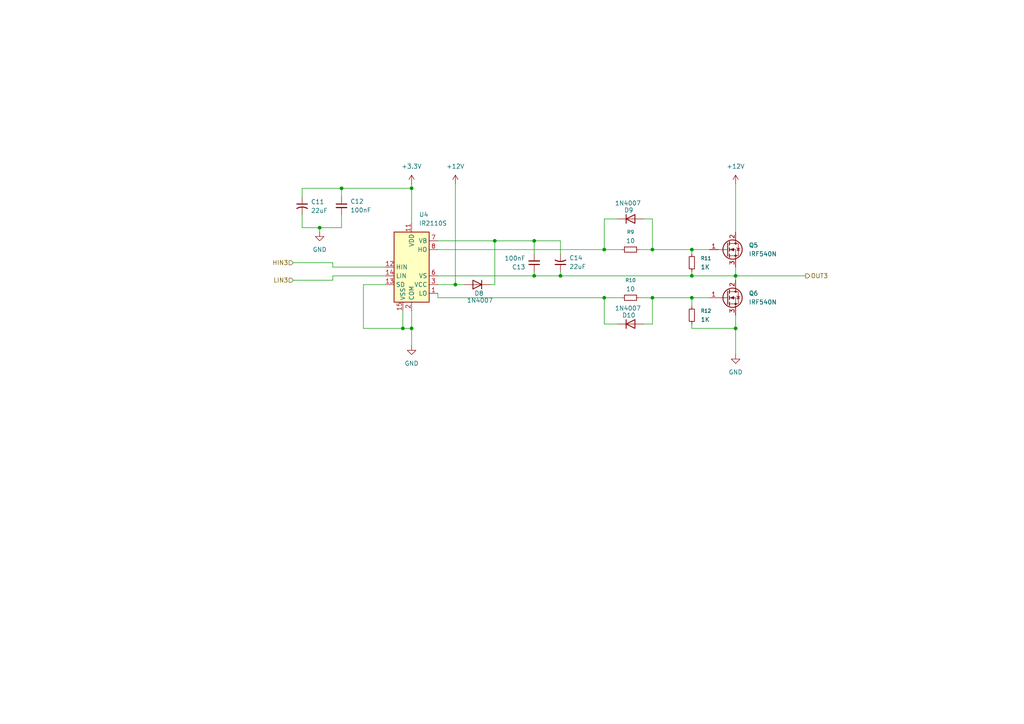
<source format=kicad_sch>
(kicad_sch (version 20250114) (generator "eeschema") (generator_version "9.0")
  (paper "A4")
  (lib_symbols
    (symbol "Device:C_Small" (pin_numbers (hide yes)) (pin_names (offset 0.254) (hide yes))
      (property "Reference" "C" (at 0.254 1.778 0))
      (property "Value" "C_Small" (at 0.254 -2.032 0))
      (symbol "C_Small_0_1"
        (polyline (pts (xy -1.524 0.508) (xy 1.524 0.508)) (stroke (width 0.3048)))
        (polyline (pts (xy -1.524 -0.508) (xy 1.524 -0.508)) (stroke (width 0.3302)))
      )
      (symbol "C_Small_1_1"
        (pin passive line (at 0 2.54 270) (length 2.032) (name "~") (number "1"))
        (pin passive line (at 0 -2.54 90) (length 2.032) (name "~") (number "2"))
      )
    )
    (symbol "Device:C_Small_US" (pin_numbers (hide yes)) (pin_names (offset 0.254) (hide yes))
      (property "Reference" "C" (at 0.254 1.778 0))
      (property "Value" "C_Small_US" (at 0.254 -2.032 0))
      (symbol "C_Small_US_0_1"
        (polyline (pts (xy -1.524 0.508) (xy 1.524 0.508)) (stroke (width 0.3048)))
        (arc (start -1.524 -0.762) (mid 0 -0.3734) (end 1.524 -0.762) (stroke (width 0.3048)))
      )
      (symbol "C_Small_US_1_1"
        (pin passive line (at 0 2.54 270) (length 2.032) (name "~") (number "1"))
        (pin passive line (at 0 -2.54 90) (length 2.032) (name "~") (number "2"))
      )
    )
    (symbol "Device:R_Small" (pin_numbers (hide yes)) (pin_names (offset 0.254) (hide yes))
      (property "Reference" "R" (at 0 0 90))
      (property "Value" "R_Small" (at 1.778 0 90))
      (symbol "R_Small_0_1"
        (rectangle (start -0.762 1.778) (end 0.762 -1.778) (stroke (width 0.2032)))
      )
      (symbol "R_Small_1_1"
        (pin passive line (at 0 2.54 270) (length 0.762) (name "~") (number "1"))
        (pin passive line (at 0 -2.54 90) (length 0.762) (name "~") (number "2"))
      )
    )
    (symbol "Diode:1N4007" (pin_numbers (hide yes)) (pin_names (hide yes))
      (property "Reference" "D" (at 0 2.54 0))
      (property "Value" "1N4007" (at 0 -2.54 0))
      (symbol "1N4007_0_1"
        (polyline (pts (xy -1.27 1.27) (xy -1.27 -1.27)) (stroke (width 0.254)))
        (polyline (pts (xy 1.27 1.27) (xy 1.27 -1.27) (xy -1.27 0) (xy 1.27 1.27)) (stroke (width 0.254)))
        (polyline (pts (xy 1.27 0) (xy -1.27 0)))
      )
      (symbol "1N4007_1_1"
        (pin passive line (at -3.81 0 0) (length 2.54) (name "K") (number "1"))
        (pin passive line (at 3.81 0 180) (length 2.54) (name "A") (number "2"))
      )
    )
    (symbol "Driver_FET:IR2110S"
      (property "Reference" "U" (at 1.27 13.335 0))
      (property "Value" "IR2110S" (at 1.27 11.43 0))
      (symbol "IR2110S_0_1"
        (rectangle (start -5.08 -10.16) (end 5.08 10.16) (stroke (width 0.254)) (fill (type background)))
      )
      (symbol "IR2110S_1_1"
        (pin input line (at -7.62 0 0) (length 2.54) (name "HIN") (number "12"))
        (pin input line (at -7.62 -2.54 0) (length 2.54) (name "LIN") (number "14"))
        (pin input line (at -7.62 -5.08 0) (length 2.54) (name "SD") (number "13"))
        (pin no_connect line (at -5.08 7.62 0) (length 2.54) (hide yes) (name "NC") (number "4"))
        (pin no_connect line (at -5.08 5.08 0) (length 2.54) (hide yes) (name "NC") (number "5"))
        (pin no_connect line (at -5.08 2.54 0) (length 2.54) (hide yes) (name "NC") (number "9"))
        (pin power_in line (at -2.54 -12.7 90) (length 2.54) (name "VSS") (number "15"))
        (pin power_in line (at 0 12.7 270) (length 2.54) (name "VDD") (number "11"))
        (pin power_in line (at 0 -12.7 90) (length 2.54) (name "COM") (number "2"))
        (pin no_connect line (at 5.08 2.54 180) (length 2.54) (hide yes) (name "NC") (number "10"))
        (pin no_connect line (at 5.08 0 180) (length 2.54) (hide yes) (name "NC") (number "16"))
        (pin passive line (at 7.62 7.62 180) (length 2.54) (name "VB") (number "7"))
        (pin output line (at 7.62 5.08 180) (length 2.54) (name "HO") (number "8"))
        (pin passive line (at 7.62 -2.54 180) (length 2.54) (name "VS") (number "6"))
        (pin power_in line (at 7.62 -5.08 180) (length 2.54) (name "VCC") (number "3"))
        (pin output line (at 7.62 -7.62 180) (length 2.54) (name "LO") (number "1"))
      )
    )
    (symbol "Transistor_FET:IRF540N" (pin_names (hide yes))
      (property "Reference" "Q" (at 5.08 1.905 0))
      (property "Value" "IRF540N" (at 5.08 0 0))
      (symbol "IRF540N_0_1"
        (polyline (pts (xy 0.254 1.905) (xy 0.254 -1.905)) (stroke (width 0.254)))
        (polyline (pts (xy 0.254 0) (xy -2.54 0)))
        (polyline (pts (xy 0.762 2.286) (xy 0.762 1.27)) (stroke (width 0.254)))
        (polyline (pts (xy 0.762 0.508) (xy 0.762 -0.508)) (stroke (width 0.254)))
        (polyline (pts (xy 0.762 -1.27) (xy 0.762 -2.286)) (stroke (width 0.254)))
        (polyline (pts (xy 0.762 -1.778) (xy 3.302 -1.778) (xy 3.302 1.778) (xy 0.762 1.778)))
        (polyline (pts (xy 1.016 0) (xy 2.032 0.381) (xy 2.032 -0.381) (xy 1.016 0)) (fill (type outline)))
        (circle (center 1.651 0) (radius 2.794) (stroke (width 0.254)))
        (polyline (pts (xy 2.54 2.54) (xy 2.54 1.778)))
        (circle (center 2.54 1.778) (radius 0.254) (fill (type outline)))
        (circle (center 2.54 -1.778) (radius 0.254) (fill (type outline)))
        (polyline (pts (xy 2.54 -2.54) (xy 2.54 0) (xy 0.762 0)))
        (polyline (pts (xy 2.794 0.508) (xy 2.921 0.381) (xy 3.683 0.381) (xy 3.81 0.254)))
        (polyline (pts (xy 3.302 0.381) (xy 2.921 -0.254) (xy 3.683 -0.254) (xy 3.302 0.381)))
      )
      (symbol "IRF540N_1_1"
        (pin input line (at -5.08 0 0) (length 2.54) (name "G") (number "1"))
        (pin passive line (at 2.54 5.08 270) (length 2.54) (name "D") (number "2"))
        (pin passive line (at 2.54 -5.08 90) (length 2.54) (name "S") (number "3"))
      )
    )
    (symbol "power:GND" (power) (pin_numbers (hide yes)) (pin_names (offset 0) (hide yes))
      (property "Value" "GND" (at 0 -3.81 0))
      (symbol "GND_0_1"
        (polyline (pts (xy 0 0) (xy 0 -1.27) (xy 1.27 -1.27) (xy 0 -2.54) (xy -1.27 -1.27) (xy 0 -1.27)))
      )
      (symbol "GND_1_1"
        (pin power_in line (at 0 0 270) (length 0) (name "~") (number "1"))
      )
    )
    (symbol "power:VCC" (power) (pin_numbers (hide yes)) (pin_names (offset 0) (hide yes))
      (property "Value" "VCC" (at 0 3.556 0))
      (symbol "VCC_0_1"
        (polyline (pts (xy -0.762 1.27) (xy 0 2.54)))
        (polyline (pts (xy 0 2.54) (xy 0.762 1.27)))
        (polyline (pts (xy 0 0) (xy 0 2.54)))
      )
      (symbol "VCC_1_1"
        (pin power_in line (at 0 0 90) (length 0) (name "~") (number "1"))
      )
    )
  )
  (junction (at 213.36 95.25))
  (junction (at 119.38 95.25))
  (junction (at 154.94 69.85))
  (junction (at 162.56 80.01))
  (junction (at 200.66 72.39))
  (junction (at 116.84 95.25))
  (junction (at 200.66 86.36))
  (junction (at 143.51 69.85))
  (junction (at 175.26 86.36))
  (junction (at 189.23 72.39))
  (junction (at 189.23 86.36))
  (junction (at 132.08 82.55))
  (junction (at 175.26 72.39))
  (junction (at 99.06 54.61))
  (junction (at 154.94 80.01))
  (junction (at 200.66 80.01))
  (junction (at 119.38 54.61))
  (junction (at 213.36 80.01))
  (junction (at 92.71 66.04))
  (wire (pts (xy 127 80.01) (xy 154.94 80.01)))
  (wire (pts (xy 200.66 80.01) (xy 200.66 78.74)))
  (wire (pts (xy 143.51 69.85) (xy 143.51 82.55)))
  (wire (pts (xy 127 86.36) (xy 127 85.09)))
  (wire (pts (xy 111.76 82.55) (xy 105.41 82.55)))
  (wire (pts (xy 185.42 72.39) (xy 189.23 72.39)))
  (wire (pts (xy 175.26 72.39) (xy 180.34 72.39)))
  (wire (pts (xy 200.66 93.98) (xy 200.66 95.25)))
  (wire (pts (xy 200.66 95.25) (xy 213.36 95.25)))
  (wire (pts (xy 96.52 80.01) (xy 111.76 80.01)))
  (wire (pts (xy 233.68 80.01) (xy 213.36 80.01)))
  (wire (pts (xy 132.08 53.34) (xy 132.08 82.55)))
  (wire (pts (xy 213.36 77.47) (xy 213.36 80.01)))
  (wire (pts (xy 162.56 80.01) (xy 200.66 80.01)))
  (wire (pts (xy 87.63 54.61) (xy 87.63 57.15)))
  (wire (pts (xy 116.84 90.17) (xy 116.84 95.25)))
  (wire (pts (xy 85.09 81.28) (xy 96.52 81.28)))
  (wire (pts (xy 119.38 54.61) (xy 119.38 64.77)))
  (wire (pts (xy 189.23 93.98) (xy 189.23 86.36)))
  (wire (pts (xy 119.38 53.34) (xy 119.38 54.61)))
  (wire (pts (xy 127 72.39) (xy 175.26 72.39)))
  (wire (pts (xy 189.23 63.5) (xy 189.23 72.39)))
  (wire (pts (xy 132.08 82.55) (xy 134.62 82.55)))
  (wire (pts (xy 175.26 63.5) (xy 175.26 72.39)))
  (wire (pts (xy 105.41 95.25) (xy 116.84 95.25)))
  (wire (pts (xy 213.36 91.44) (xy 213.36 95.25)))
  (wire (pts (xy 96.52 81.28) (xy 96.52 80.01)))
  (wire (pts (xy 85.09 76.2) (xy 96.52 76.2)))
  (wire (pts (xy 119.38 95.25) (xy 119.38 90.17)))
  (wire (pts (xy 189.23 86.36) (xy 200.66 86.36)))
  (wire (pts (xy 200.66 73.66) (xy 200.66 72.39)))
  (wire (pts (xy 186.69 63.5) (xy 189.23 63.5)))
  (wire (pts (xy 116.84 95.25) (xy 119.38 95.25)))
  (wire (pts (xy 213.36 53.34) (xy 213.36 67.31)))
  (wire (pts (xy 189.23 72.39) (xy 200.66 72.39)))
  (wire (pts (xy 185.42 86.36) (xy 189.23 86.36)))
  (wire (pts (xy 200.66 86.36) (xy 205.74 86.36)))
  (wire (pts (xy 119.38 100.33) (xy 119.38 95.25)))
  (wire (pts (xy 154.94 80.01) (xy 162.56 80.01)))
  (wire (pts (xy 186.69 93.98) (xy 189.23 93.98)))
  (wire (pts (xy 179.07 63.5) (xy 175.26 63.5)))
  (wire (pts (xy 96.52 76.2) (xy 96.52 77.47)))
  (wire (pts (xy 175.26 86.36) (xy 180.34 86.36)))
  (wire (pts (xy 99.06 54.61) (xy 99.06 57.15)))
  (wire (pts (xy 162.56 69.85) (xy 154.94 69.85)))
  (wire (pts (xy 96.52 77.47) (xy 111.76 77.47)))
  (wire (pts (xy 127 69.85) (xy 143.51 69.85)))
  (wire (pts (xy 143.51 69.85) (xy 154.94 69.85)))
  (wire (pts (xy 127 82.55) (xy 132.08 82.55)))
  (wire (pts (xy 154.94 73.66) (xy 154.94 69.85)))
  (wire (pts (xy 200.66 80.01) (xy 213.36 80.01)))
  (wire (pts (xy 92.71 66.04) (xy 99.06 66.04)))
  (wire (pts (xy 127 86.36) (xy 175.26 86.36)))
  (wire (pts (xy 154.94 78.74) (xy 154.94 80.01)))
  (wire (pts (xy 213.36 81.28) (xy 213.36 80.01)))
  (wire (pts (xy 99.06 54.61) (xy 87.63 54.61)))
  (wire (pts (xy 87.63 66.04) (xy 92.71 66.04)))
  (wire (pts (xy 87.63 62.23) (xy 87.63 66.04)))
  (wire (pts (xy 92.71 66.04) (xy 92.71 67.31)))
  (wire (pts (xy 119.38 54.61) (xy 99.06 54.61)))
  (wire (pts (xy 162.56 73.66) (xy 162.56 69.85)))
  (wire (pts (xy 175.26 93.98) (xy 175.26 86.36)))
  (wire (pts (xy 143.51 82.55) (xy 142.24 82.55)))
  (wire (pts (xy 179.07 93.98) (xy 175.26 93.98)))
  (wire (pts (xy 105.41 82.55) (xy 105.41 95.25)))
  (wire (pts (xy 99.06 66.04) (xy 99.06 62.23)))
  (wire (pts (xy 213.36 102.87) (xy 213.36 95.25)))
  (wire (pts (xy 200.66 72.39) (xy 205.74 72.39)))
  (wire (pts (xy 200.66 86.36) (xy 200.66 88.9)))
  (wire (pts (xy 162.56 78.74) (xy 162.56 80.01)))
  (hierarchical_label "OUT3" (shape output) (at 233.68 80.01 0))
  (hierarchical_label "LIN3" (shape input) (at 85.09 81.28 180))
  (hierarchical_label "HIN3" (shape input) (at 85.09 76.2 180))
  (symbol (lib_id "Transistor_FET:IRF540N") (at 210.82 72.39 0) (unit 1)
    (property "Reference" "Q5" (at 217.17 71.1199 0) (effects (justify left)))
    (property "Value" "IRF540N" (at 217.17 73.6599 0) (effects (justify left)))
    (property "Footprint" "Package_TO_SOT_THT:TO-220-3_Vertical" (effects (hide yes)))
    (property "Datasheet" "http://www.irf.com/product-info/datasheets/data/irf540n.pdf" (effects (hide yes)))
    (property "Description" "33A Id, 100V Vds, HEXFET N-Channel MOSFET, TO-220" (effects (hide yes)))
  )
  (symbol (lib_id "Device:R_Small") (at 182.88 72.39 90) (unit 1)
    (property "Reference" "R9" (at 182.88 67.31 90) (effects (font (size 1.016 1.016))))
    (property "Value" "10" (at 182.88 69.85 90))
    (property "Footprint" "Resistor_THT:R_Axial_DIN0309_L9.0mm_D3.2mm_P12.70mm_Horizontal" (effects (hide yes)))
    (property "Description" "Resistor, small symbol" (effects (hide yes)))
  )
  (symbol (lib_id "Driver_FET:IR2110S") (at 119.38 77.47 0) (unit 1)
    (property "Reference" "U4" (at 121.5233 62.23 0) (effects (justify left)))
    (property "Value" "IR2110S" (at 121.5233 64.77 0) (effects (justify left)))
    (property "Footprint" "Package_SO:SOIC-16W_7.5x10.3mm_P1.27mm" (effects (hide yes)))
    (property "Datasheet" "https://www.infineon.com/dgdl/ir2110.pdf?fileId=5546d462533600a4015355c80333167e" (effects (hide yes)))
    (property "Description" "High and Low Side Driver, 500V, 2.0/2.0A, SOIC-16W" (effects (hide yes)))
  )
  (symbol (lib_id "Device:C_Small_US") (at 162.56 76.2 180) (unit 1)
    (property "Reference" "C14" (at 165.1 74.8029 0) (effects (justify right)))
    (property "Value" "22uF" (at 165.1 77.3429 0) (effects (justify right)))
    (property "Footprint" "Capacitor_THT:CP_Radial_D8.0mm_P3.80mm" (effects (hide yes)))
    (property "Description" "capacitor, small US symbol" (effects (hide yes)))
  )
  (symbol (lib_id "Transistor_FET:IRF540N") (at 210.82 86.36 0) (unit 1)
    (property "Reference" "Q6" (at 217.17 85.0899 0) (effects (justify left)))
    (property "Value" "IRF540N" (at 217.17 87.6299 0) (effects (justify left)))
    (property "Footprint" "Package_TO_SOT_THT:TO-220-3_Vertical" (effects (hide yes)))
    (property "Datasheet" "http://www.irf.com/product-info/datasheets/data/irf540n.pdf" (effects (hide yes)))
    (property "Description" "33A Id, 100V Vds, HEXFET N-Channel MOSFET, TO-220" (effects (hide yes)))
  )
  (symbol (lib_id "Diode:1N4007") (at 182.88 63.5 0) (unit 1)
    (property "Reference" "D9" (at 182.372 60.96 0))
    (property "Value" "1N4007" (at 182.118 58.928 0))
    (property "Footprint" "Diode_THT:D_DO-41_SOD81_P10.16mm_Horizontal" (effects (hide yes)))
    (property "Datasheet" "http://www.vishay.com/docs/88503/1n4001.pdf" (effects (hide yes)))
    (property "Description" "1000V 1A General Purpose Rectifier Diode, DO-41" (effects (hide yes)))
    (property "Sim.Device" "D" (effects (hide yes)))
    (property "Sim.Pins" "1=K 2=A" (effects (hide yes)))
  )
  (symbol (lib_id "power:VCC") (at 119.38 53.34 0) (unit 1)
    (property "Reference" "#PWR019" (effects (hide yes)))
    (property "Value" "+3.3V" (at 119.38 48.26 0))
    (property "Description" "Power symbol creates a global label with name \"VCC\"" (effects (hide yes)))
  )
  (symbol (lib_id "Device:C_Small") (at 99.06 59.69 0) (unit 1)
    (property "Reference" "C12" (at 101.6 58.4262 0) (effects (justify left)))
    (property "Value" "100nF" (at 101.6 60.9662 0) (effects (justify left)))
    (property "Footprint" "Capacitor_THT:C_Disc_D3.8mm_W2.6mm_P2.50mm" (effects (hide yes)))
    (property "Description" "Unpolarized capacitor, small symbol" (effects (hide yes)))
  )
  (symbol (lib_id "power:GND") (at 92.71 67.31 0) (unit 1)
    (property "Reference" "#PWR018" (effects (hide yes)))
    (property "Value" "GND" (at 92.71 72.39 0))
    (property "Description" "Power symbol creates a global label with name \"GND\" , ground" (effects (hide yes)))
  )
  (symbol (lib_id "power:GND") (at 213.36 102.87 0) (unit 1)
    (property "Reference" "#PWR023" (effects (hide yes)))
    (property "Value" "GND" (at 213.36 107.95 0))
    (property "Description" "Power symbol creates a global label with name \"GND\" , ground" (effects (hide yes)))
  )
  (symbol (lib_id "Diode:1N4007") (at 182.88 93.98 0) (unit 1)
    (property "Reference" "D10" (at 182.372 91.44 0))
    (property "Value" "1N4007" (at 182.118 89.408 0))
    (property "Footprint" "Diode_THT:D_DO-41_SOD81_P10.16mm_Horizontal" (effects (hide yes)))
    (property "Datasheet" "http://www.vishay.com/docs/88503/1n4001.pdf" (effects (hide yes)))
    (property "Description" "1000V 1A General Purpose Rectifier Diode, DO-41" (effects (hide yes)))
    (property "Sim.Device" "D" (effects (hide yes)))
    (property "Sim.Pins" "1=K 2=A" (effects (hide yes)))
  )
  (symbol (lib_id "power:GND") (at 119.38 100.33 0) (unit 1)
    (property "Reference" "#PWR020" (effects (hide yes)))
    (property "Value" "GND" (at 119.38 105.41 0))
    (property "Description" "Power symbol creates a global label with name \"GND\" , ground" (effects (hide yes)))
  )
  (symbol (lib_id "Device:C_Small_US") (at 87.63 59.69 0) (unit 1)
    (property "Reference" "C11" (at 90.17 58.5469 0) (effects (justify left)))
    (property "Value" "22uF" (at 90.17 61.0869 0) (effects (justify left)))
    (property "Footprint" "Capacitor_THT:CP_Radial_D8.0mm_P3.80mm" (effects (hide yes)))
    (property "Description" "capacitor, small US symbol" (effects (hide yes)))
  )
  (symbol (lib_id "Diode:1N4007") (at 138.43 82.55 180) (unit 1)
    (property "Reference" "D8" (at 138.938 85.09 0))
    (property "Value" "1N4007" (at 139.192 87.122 0))
    (property "Footprint" "Diode_THT:D_DO-41_SOD81_P10.16mm_Horizontal" (effects (hide yes)))
    (property "Datasheet" "http://www.vishay.com/docs/88503/1n4001.pdf" (effects (hide yes)))
    (property "Description" "1000V 1A General Purpose Rectifier Diode, DO-41" (effects (hide yes)))
    (property "Sim.Device" "D" (effects (hide yes)))
    (property "Sim.Pins" "1=K 2=A" (effects (hide yes)))
  )
  (symbol (lib_id "Device:R_Small") (at 182.88 86.36 90) (unit 1)
    (property "Reference" "R10" (at 182.88 81.28 90) (effects (font (size 1.016 1.016))))
    (property "Value" "10" (at 182.88 83.82 90))
    (property "Footprint" "Resistor_THT:R_Axial_DIN0309_L9.0mm_D3.2mm_P12.70mm_Horizontal" (effects (hide yes)))
    (property "Description" "Resistor, small symbol" (effects (hide yes)))
  )
  (symbol (lib_id "Device:C_Small") (at 154.94 76.2 180) (unit 1)
    (property "Reference" "C13" (at 152.4 77.4638 0) (effects (justify left)))
    (property "Value" "100nF" (at 152.4 74.9238 0) (effects (justify left)))
    (property "Footprint" "Capacitor_THT:C_Disc_D3.8mm_W2.6mm_P2.50mm" (effects (hide yes)))
    (property "Description" "Unpolarized capacitor, small symbol" (effects (hide yes)))
  )
  (symbol (lib_id "power:VCC") (at 213.36 53.34 0) (unit 1)
    (property "Reference" "#PWR022" (effects (hide yes)))
    (property "Value" "+12V" (at 213.36 48.26 0))
    (property "Description" "Power symbol creates a global label with name \"VCC\"" (effects (hide yes)))
  )
  (symbol (lib_id "power:VCC") (at 132.08 53.34 0) (unit 1)
    (property "Reference" "#PWR021" (effects (hide yes)))
    (property "Value" "+12V" (at 132.08 48.26 0))
    (property "Description" "Power symbol creates a global label with name \"VCC\"" (effects (hide yes)))
  )
  (symbol (lib_id "Device:R_Small") (at 200.66 91.44 180) (unit 1)
    (property "Reference" "R12" (at 203.2 90.1699 0) (effects (font (size 1.016 1.016)) (justify right)))
    (property "Value" "1K" (at 203.2 92.7099 0) (effects (justify right)))
    (property "Footprint" "Resistor_THT:R_Axial_DIN0309_L9.0mm_D3.2mm_P12.70mm_Horizontal" (effects (hide yes)))
    (property "Description" "Resistor, small symbol" (effects (hide yes)))
  )
  (symbol (lib_id "Device:R_Small") (at 200.66 76.2 180) (unit 1)
    (property "Reference" "R11" (at 203.2 74.9299 0) (effects (font (size 1.016 1.016)) (justify right)))
    (property "Value" "1K" (at 203.2 77.4699 0) (effects (justify right)))
    (property "Footprint" "Resistor_THT:R_Axial_DIN0309_L9.0mm_D3.2mm_P12.70mm_Horizontal" (effects (hide yes)))
    (property "Description" "Resistor, small symbol" (effects (hide yes)))
  )
)
</source>
